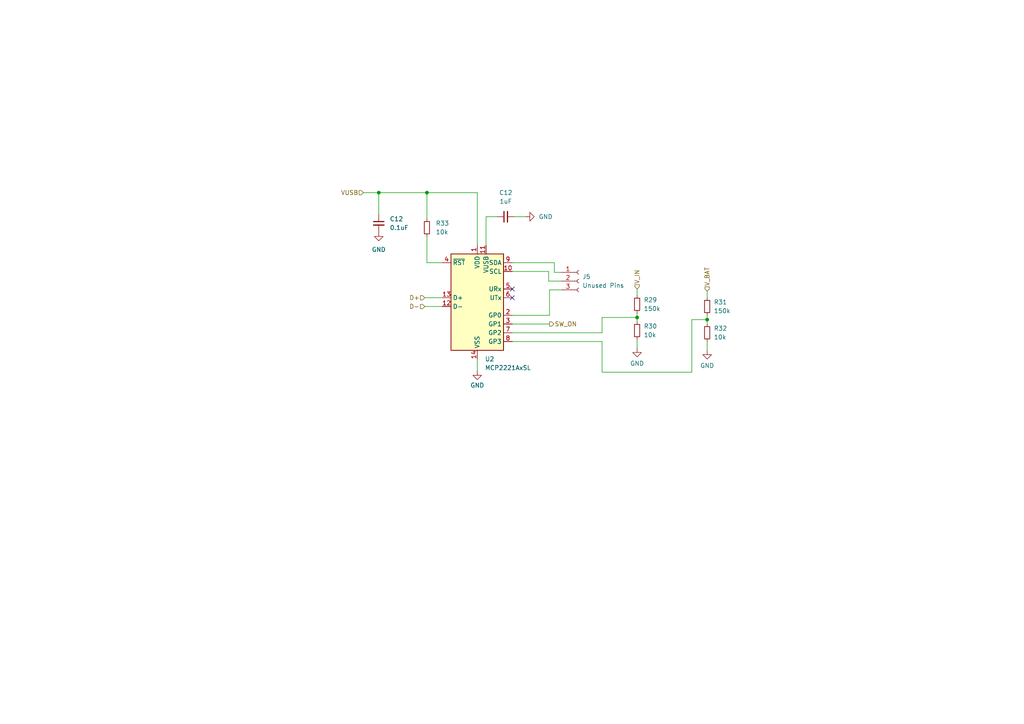
<source format=kicad_sch>
(kicad_sch (version 20230121) (generator eeschema)
  (paper "A4")
  (lib_symbols
    (symbol "Connector:Conn_01x03_Socket" (pin_names (offset 1.016) hide)
      (property "Reference" "J" (at 0 5.08 0))
      (property "Value" "Conn_01x03_Socket" (at 0 -5.08 0))
      (symbol "Conn_01x03_Socket_1_1"
        (arc (start 0 -2.032) (mid -0.5058 -2.54) (end 0 -3.048) (stroke (width 0.1524)))
        (polyline (pts (xy -1.27 -2.54) (xy -0.508 -2.54)) (stroke (width 0.1524)))
        (polyline (pts (xy -1.27 0) (xy -0.508 0)) (stroke (width 0.1524)))
        (polyline (pts (xy -1.27 2.54) (xy -0.508 2.54)) (stroke (width 0.1524)))
        (arc (start 0 0.508) (mid -0.5058 0) (end 0 -0.508) (stroke (width 0.1524)))
        (arc (start 0 3.048) (mid -0.5058 2.54) (end 0 2.032) (stroke (width 0.1524)))
        (pin passive line (at -5.08 2.54 0) (length 3.81) (name "Pin_1") (number "1"))
        (pin passive line (at -5.08 0 0) (length 3.81) (name "Pin_2") (number "2"))
        (pin passive line (at -5.08 -2.54 0) (length 3.81) (name "Pin_3") (number "3"))
      )
    )
    (symbol "Device:C_Small" (pin_numbers hide) (pin_names (offset 0.254) hide)
      (property "Reference" "C" (at 0.254 1.778 0))
      (property "Value" "C_Small" (at 0.254 -2.032 0))
      (symbol "C_Small_0_1"
        (polyline (pts (xy -1.524 -0.508) (xy 1.524 -0.508)) (stroke (width 0.3302)))
        (polyline (pts (xy -1.524 0.508) (xy 1.524 0.508)) (stroke (width 0.3048)))
      )
      (symbol "C_Small_1_1"
        (pin passive line (at 0 2.54 270) (length 2.032) (name "~") (number "1"))
        (pin passive line (at 0 -2.54 90) (length 2.032) (name "~") (number "2"))
      )
    )
    (symbol "Device:R_Small" (pin_numbers hide) (pin_names (offset 0.254) hide)
      (property "Reference" "R" (at 0.762 0.508 0))
      (property "Value" "R_Small" (at 0.762 -1.016 0))
      (symbol "R_Small_0_1"
        (rectangle (start -0.762 1.778) (end 0.762 -1.778) (stroke (width 0.2032)))
      )
      (symbol "R_Small_1_1"
        (pin passive line (at 0 2.54 270) (length 0.762) (name "~") (number "1"))
        (pin passive line (at 0 -2.54 90) (length 0.762) (name "~") (number "2"))
      )
    )
    (symbol "Interface_USB:MCP2221AxSL"
      (property "Reference" "U" (at -7.62 16.51 0))
      (property "Value" "MCP2221AxSL" (at 12.7 16.51 0))
      (symbol "MCP2221AxSL_0_1"
        (rectangle (start -7.62 15.24) (end 7.62 -12.7) (stroke (width 0.254)) (fill (type background)))
      )
      (symbol "MCP2221AxSL_1_1"
        (pin power_in line (at 0 17.78 270) (length 2.54) (name "VDD") (number "1"))
        (pin bidirectional line (at 10.16 10.16 180) (length 2.54) (name "SCL") (number "10"))
        (pin passive line (at 2.54 17.78 270) (length 2.54) (name "VUSB") (number "11"))
        (pin bidirectional line (at -10.16 0 0) (length 2.54) (name "D-") (number "12"))
        (pin bidirectional line (at -10.16 2.54 0) (length 2.54) (name "D+") (number "13"))
        (pin power_in line (at 0 -15.24 90) (length 2.54) (name "VSS") (number "14"))
        (pin bidirectional line (at 10.16 -2.54 180) (length 2.54) (name "GP0") (number "2"))
        (pin bidirectional line (at 10.16 -5.08 180) (length 2.54) (name "GP1") (number "3"))
        (pin input line (at -10.16 12.7 0) (length 2.54) (name "~{RST}") (number "4"))
        (pin input line (at 10.16 5.08 180) (length 2.54) (name "URx") (number "5"))
        (pin output line (at 10.16 2.54 180) (length 2.54) (name "UTx") (number "6"))
        (pin bidirectional line (at 10.16 -7.62 180) (length 2.54) (name "GP2") (number "7"))
        (pin bidirectional line (at 10.16 -10.16 180) (length 2.54) (name "GP3") (number "8"))
        (pin bidirectional line (at 10.16 12.7 180) (length 2.54) (name "SDA") (number "9"))
      )
    )
    (symbol "power:GND" (power) (pin_names (offset 0))
      (property "Value" "GND" (at 0 -3.81 0))
      (symbol "GND_0_1"
        (polyline (pts (xy 0 0) (xy 0 -1.27) (xy 1.27 -1.27) (xy 0 -2.54) (xy -1.27 -1.27) (xy 0 -1.27)))
      )
      (symbol "GND_1_1"
        (pin power_in line (at 0 0 270) (length 0) hide (name "GND") (number "1"))
      )
    )
  )
  (junction (at 184.785 92.075))
  (junction (at 109.855 55.88))
  (junction (at 205.105 92.71))
  (junction (at 123.825 55.88))
  (no_connect (at 148.59 83.82))
  (no_connect (at 148.59 86.36))
  (wire (pts (xy 184.785 92.075) (xy 184.785 93.345)))
  (wire (pts (xy 109.855 55.88) (xy 105.41 55.88)))
  (wire (pts (xy 160.782 76.2) (xy 160.782 78.994)))
  (wire (pts (xy 184.785 98.425) (xy 184.785 100.965)))
  (wire (pts (xy 138.43 55.88) (xy 123.825 55.88)))
  (wire (pts (xy 123.825 55.88) (xy 123.825 63.5)))
  (wire (pts (xy 205.105 92.71) (xy 205.105 93.98)))
  (wire (pts (xy 138.43 104.14) (xy 138.43 107.569)))
  (wire (pts (xy 159.385 84.074) (xy 162.814 84.074)))
  (wire (pts (xy 159.131 81.534) (xy 159.131 78.74)))
  (wire (pts (xy 109.855 55.88) (xy 109.855 62.23)))
  (wire (pts (xy 148.59 78.74) (xy 159.131 78.74)))
  (wire (pts (xy 200.66 92.71) (xy 205.105 92.71)))
  (wire (pts (xy 144.145 62.865) (xy 140.97 62.865)))
  (wire (pts (xy 160.782 78.994) (xy 162.814 78.994)))
  (wire (pts (xy 205.105 91.44) (xy 205.105 92.71)))
  (wire (pts (xy 148.59 96.52) (xy 174.625 96.52)))
  (wire (pts (xy 123.19 88.9) (xy 128.27 88.9)))
  (wire (pts (xy 148.59 76.2) (xy 160.782 76.2)))
  (wire (pts (xy 123.825 76.2) (xy 128.27 76.2)))
  (wire (pts (xy 174.625 92.075) (xy 184.785 92.075)))
  (wire (pts (xy 123.19 86.36) (xy 128.27 86.36)))
  (wire (pts (xy 148.59 99.06) (xy 174.625 99.06)))
  (wire (pts (xy 152.4 62.865) (xy 149.225 62.865)))
  (wire (pts (xy 138.43 71.12) (xy 138.43 55.88)))
  (wire (pts (xy 159.385 91.44) (xy 159.385 84.074)))
  (wire (pts (xy 174.625 96.52) (xy 174.625 92.075)))
  (wire (pts (xy 205.105 84.455) (xy 205.105 86.36)))
  (wire (pts (xy 148.59 93.98) (xy 159.385 93.98)))
  (wire (pts (xy 162.814 81.534) (xy 159.131 81.534)))
  (wire (pts (xy 140.97 62.865) (xy 140.97 71.12)))
  (wire (pts (xy 205.105 99.06) (xy 205.105 101.6)))
  (wire (pts (xy 184.785 90.805) (xy 184.785 92.075)))
  (wire (pts (xy 148.59 91.44) (xy 159.385 91.44)))
  (wire (pts (xy 174.625 107.95) (xy 200.66 107.95)))
  (wire (pts (xy 200.66 107.95) (xy 200.66 92.71)))
  (wire (pts (xy 123.825 55.88) (xy 109.855 55.88)))
  (wire (pts (xy 184.785 83.82) (xy 184.785 85.725)))
  (wire (pts (xy 174.625 99.06) (xy 174.625 107.95)))
  (wire (pts (xy 123.825 68.58) (xy 123.825 76.2)))
  (hierarchical_label "D+" (shape input) (at 123.19 86.36 180))
  (hierarchical_label "VUSB" (shape input) (at 105.41 55.88 180))
  (hierarchical_label "D-" (shape input) (at 123.19 88.9 180))
  (hierarchical_label "SW_ON" (shape output) (at 159.385 93.98 0))
  (hierarchical_label "V_IN" (shape input) (at 184.785 83.82 90))
  (hierarchical_label "V_BAT" (shape input) (at 205.105 84.455 90))
  (symbol (lib_id "Device:R_Small") (at 184.785 95.885 0) (unit 1)
    (property "Reference" "R30" (at 186.69 94.615 0) (effects (justify left)))
    (property "Value" "10k" (at 186.69 97.155 0) (effects (justify left)))
    (property "Footprint" "Resistor_SMD:R_0805_2012Metric" (effects hide))
  )
  (symbol (lib_id "power:GND") (at 109.855 67.31 0) (unit 1)
    (property "Reference" "#PWR010" (effects hide))
    (property "Value" "GND" (at 109.855 72.39 0))
  )
  (symbol (lib_id "Device:R_Small") (at 205.105 88.9 0) (unit 1)
    (property "Reference" "R31" (at 207.01 87.63 0) (effects (justify left)))
    (property "Value" "150k" (at 207.01 90.17 0) (effects (justify left)))
    (property "Footprint" "Resistor_SMD:R_0805_2012Metric" (effects hide))
  )
  (symbol (lib_id "Device:C_Small") (at 109.855 64.77 0) (unit 1)
    (property "Reference" "C12" (at 113.03 63.5063 0) (effects (justify left)))
    (property "Value" "0.1uF" (at 113.03 66.0463 0) (effects (justify left)))
    (property "Footprint" "Capacitor_SMD:C_0805_2012Metric" (effects hide))
  )
  (symbol (lib_id "power:GND") (at 152.4 62.865 90) (unit 1)
    (property "Reference" "#PWR035" (effects hide))
    (property "Value" "GND" (at 156.21 62.865 90) (effects (justify right)))
  )
  (symbol (lib_id "power:GND") (at 205.105 101.6 0) (unit 1)
    (property "Reference" "#PWR034" (effects hide))
    (property "Value" "GND" (at 205.105 106.045 0))
  )
  (symbol (lib_id "power:GND") (at 138.43 107.569 0) (unit 1)
    (property "Reference" "#PWR038" (effects hide))
    (property "Value" "GND" (at 138.43 111.76 0))
  )
  (symbol (lib_id "Interface_USB:MCP2221AxSL") (at 138.43 88.9 0) (unit 1)
    (property "Reference" "U2" (at 140.6241 104.14 0) (effects (justify left)))
    (property "Value" "MCP2221AxSL" (at 140.6241 106.68 0) (effects (justify left)))
    (property "Footprint" "Package_SO:SOIC-14_3.9x8.7mm_P1.27mm" (effects hide))
    (property "Datasheet" "http://ww1.microchip.com/downloads/en/DeviceDoc/20005565B.pdf" (effects hide))
  )
  (symbol (lib_id "Connector:Conn_01x03_Socket") (at 167.894 81.534 0) (unit 1)
    (property "Reference" "J5" (at 168.91 80.264 0) (effects (justify left)))
    (property "Value" "Unused Pins" (at 168.91 82.804 0) (effects (justify left)))
    (property "Footprint" "Connector_PinSocket_2.54mm:PinSocket_1x03_P2.54mm_Vertical" (effects hide))
  )
  (symbol (lib_id "Device:C_Small") (at 146.685 62.865 90) (unit 1)
    (property "Reference" "C12" (at 146.6913 55.88 90))
    (property "Value" "1uF" (at 146.6913 58.42 90))
    (property "Footprint" "Capacitor_SMD:C_0805_2012Metric" (effects hide))
    (instances (project "ups-12v" (path "" (reference "C12") (unit 1)) (path "" (reference "C24") (unit 1))))
  )
  (symbol (lib_id "Device:R_Small") (at 205.105 96.52 0) (unit 1)
    (property "Reference" "R32" (at 207.01 95.25 0) (effects (justify left)))
    (property "Value" "10k" (at 207.01 97.79 0) (effects (justify left)))
    (property "Footprint" "Resistor_SMD:R_0805_2012Metric" (effects hide))
  )
  (symbol (lib_id "Device:R_Small") (at 184.785 88.265 0) (unit 1)
    (property "Reference" "R29" (at 186.69 86.995 0) (effects (justify left)))
    (property "Value" "150k" (at 186.69 89.535 0) (effects (justify left)))
    (property "Footprint" "Resistor_SMD:R_0805_2012Metric" (effects hide))
  )
  (symbol (lib_id "power:GND") (at 184.785 100.965 0) (unit 1)
    (property "Reference" "#PWR033" (effects hide))
    (property "Value" "GND" (at 184.785 105.41 0))
  )
  (symbol (lib_id "Device:R_Small") (at 123.825 66.04 0) (unit 1)
    (property "Reference" "R33" (at 126.365 64.77 0) (effects (justify left)))
    (property "Value" "10k" (at 126.365 67.31 0) (effects (justify left)))
    (property "Footprint" "Resistor_SMD:R_0805_2012Metric" (effects hide))
  )
)
</source>
